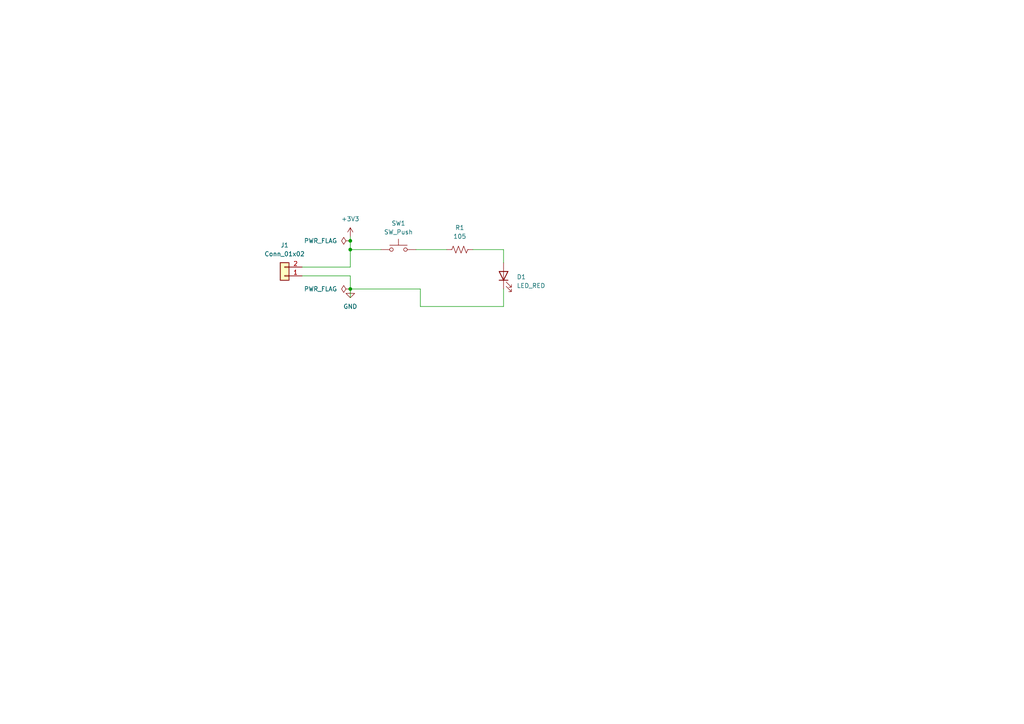
<source format=kicad_sch>
(kicad_sch (version 20231120) (generator "eeschema") (generator_version "8.0")
  (paper "A4")
  (title_block (title "LED Project") (date "2024-09-16") (rev "1.0") (company "IlliniSolarCar") (comment 1 "Designed By: Siraphat Jaemmee"))
  (lib_symbols
    (symbol "Connector_Generic:Conn_01x02" (pin_names (offset 1.016) hide)
      (property "Reference" "J" (at 0 2.54 0))
      (property "Value" "Conn_01x02" (at 0 -5.08 0))
      (symbol "Conn_01x02_1_1"
        (rectangle (start -1.27 -2.413) (end 0 -2.667) (stroke (width 0.1524)))
        (rectangle (start -1.27 0.127) (end 0 -0.127) (stroke (width 0.1524)))
        (rectangle (start -1.27 1.27) (end 1.27 -3.81) (stroke (width 0.254)) (fill (type background)))
        (pin passive line (at -5.08 0 0) (length 3.81) (name "Pin_1") (number "1"))
        (pin passive line (at -5.08 -2.54 0) (length 3.81) (name "Pin_2") (number "2"))
      )
    )
    (symbol "Device:LED" (pin_numbers hide) (pin_names (offset 1.016) hide)
      (property "Reference" "D" (at 0 2.54 0))
      (property "Value" "LED" (at 0 -2.54 0))
      (symbol "LED_0_1"
        (polyline (pts (xy -1.27 -1.27) (xy -1.27 1.27)) (stroke (width 0.254)))
        (polyline (pts (xy -1.27 0) (xy 1.27 0)))
        (polyline (pts (xy 1.27 -1.27) (xy 1.27 1.27) (xy -1.27 0) (xy 1.27 -1.27)) (stroke (width 0.254)))
        (polyline (pts (xy -3.048 -0.762) (xy -4.572 -2.286) (xy -3.81 -2.286) (xy -4.572 -2.286) (xy -4.572 -1.524)))
        (polyline (pts (xy -1.778 -0.762) (xy -3.302 -2.286) (xy -2.54 -2.286) (xy -3.302 -2.286) (xy -3.302 -1.524)))
      )
      (symbol "LED_1_1"
        (pin passive line (at -3.81 0 0) (length 2.54) (name "K") (number "1"))
        (pin passive line (at 3.81 0 180) (length 2.54) (name "A") (number "2"))
      )
    )
    (symbol "Device:R_US" (pin_numbers hide) (pin_names (offset 0))
      (property "Reference" "R" (at 2.54 0 90))
      (property "Value" "R_US" (at -2.54 0 90))
      (symbol "R_US_0_1"
        (polyline (pts (xy 0 -2.286) (xy 0 -2.54)))
        (polyline (pts (xy 0 2.286) (xy 0 2.54)))
        (polyline (pts (xy 0 -0.762) (xy 1.016 -1.143) (xy 0 -1.524) (xy -1.016 -1.905) (xy 0 -2.286)))
        (polyline (pts (xy 0 0.762) (xy 1.016 0.381) (xy 0 0) (xy -1.016 -0.381) (xy 0 -0.762)))
        (polyline (pts (xy 0 2.286) (xy 1.016 1.905) (xy 0 1.524) (xy -1.016 1.143) (xy 0 0.762)))
      )
      (symbol "R_US_1_1"
        (pin passive line (at 0 3.81 270) (length 1.27) (name "~") (number "1"))
        (pin passive line (at 0 -3.81 90) (length 1.27) (name "~") (number "2"))
      )
    )
    (symbol "Switch:SW_Push" (pin_numbers hide) (pin_names (offset 1.016) hide)
      (property "Reference" "SW" (at 1.27 2.54 0))
      (property "Value" "SW_Push" (at 0 -1.524 0))
      (symbol "SW_Push_0_1"
        (circle (center -2.032 0) (radius 0.508))
        (polyline (pts (xy 0 1.27) (xy 0 3.048)))
        (polyline (pts (xy 2.54 1.27) (xy -2.54 1.27)))
        (circle (center 2.032 0) (radius 0.508))
        (pin passive line (at -5.08 0 0) (length 2.54) (name "1") (number "1"))
        (pin passive line (at 5.08 0 180) (length 2.54) (name "2") (number "2"))
      )
    )
    (symbol "power:+3V3" (power) (pin_names (offset 0))
      (property "Value" "+3V3" (at 0 3.556 0))
      (symbol "+3V3_0_1"
        (polyline (pts (xy -0.762 1.27) (xy 0 2.54)))
        (polyline (pts (xy 0 0) (xy 0 2.54)))
        (polyline (pts (xy 0 2.54) (xy 0.762 1.27)))
      )
      (symbol "+3V3_1_1"
        (pin power_in line (at 0 0 90) (length 0) hide (name "+3V3") (number "1"))
      )
    )
    (symbol "power:GND" (power) (pin_names (offset 0))
      (property "Value" "GND" (at 0 -3.81 0))
      (symbol "GND_0_1"
        (polyline (pts (xy 0 0) (xy 0 -1.27) (xy 1.27 -1.27) (xy 0 -2.54) (xy -1.27 -1.27) (xy 0 -1.27)))
      )
      (symbol "GND_1_1"
        (pin power_in line (at 0 0 270) (length 0) hide (name "GND") (number "1"))
      )
    )
    (symbol "power:PWR_FLAG" (power) (pin_numbers hide) (pin_names (offset 0) hide)
      (property "Value" "PWR_FLAG" (at 0 3.81 0))
      (symbol "PWR_FLAG_0_0"
        (pin power_out line (at 0 0 90) (length 0) (name "pwr") (number "1"))
      )
      (symbol "PWR_FLAG_0_1"
        (polyline (pts (xy 0 0) (xy 0 1.27) (xy -1.016 1.905) (xy 0 2.54) (xy 1.016 1.905) (xy 0 1.27)))
      )
    )
  )
  (junction (at 101.6 72.39))
  (junction (at 101.6 69.85))
  (junction (at 101.6 83.82))
  (wire (pts (xy 146.05 72.39) (xy 146.05 76.2)))
  (wire (pts (xy 101.6 72.39) (xy 110.49 72.39)))
  (wire (pts (xy 101.6 68.58) (xy 101.6 69.85)))
  (wire (pts (xy 87.63 77.47) (xy 101.6 77.47)))
  (wire (pts (xy 87.63 80.01) (xy 101.6 80.01)))
  (wire (pts (xy 101.6 80.01) (xy 101.6 83.82)))
  (wire (pts (xy 121.92 83.82) (xy 101.6 83.82)))
  (wire (pts (xy 146.05 88.9) (xy 121.92 88.9)))
  (wire (pts (xy 120.65 72.39) (xy 129.54 72.39)))
  (wire (pts (xy 121.92 88.9) (xy 121.92 83.82)))
  (wire (pts (xy 146.05 83.82) (xy 146.05 88.9)))
  (wire (pts (xy 101.6 69.85) (xy 101.6 72.39)))
  (wire (pts (xy 137.16 72.39) (xy 146.05 72.39)))
  (wire (pts (xy 101.6 72.39) (xy 101.6 77.47)))
  (wire (pts (xy 101.6 86.36) (xy 101.6 83.82)))
  (symbol (lib_id "power:PWR_FLAG") (at 101.6 83.82 90) (unit 1)
    (property "Reference" "#FLG02" (effects (hide yes)))
    (property "Value" "PWR_FLAG" (at 97.79 83.8199 90) (effects (justify left)))
    (property "Description" "Special symbol for telling ERC where power comes from" (effects (hide yes)))
  )
  (symbol (lib_id "Device:R_US") (at 133.35 72.39 90) (unit 1)
    (property "Reference" "R1" (at 133.35 66.04 90))
    (property "Value" "105" (at 133.35 68.58 90))
    (property "Footprint" "Resistor_SMD:R_0603_1608Metric_Pad0.98x0.95mm_HandSolder" (effects (hide yes)))
    (property "Description" "Resistor, US symbol" (effects (hide yes)))
  )
  (symbol (lib_id "Switch:SW_Push") (at 115.57 72.39 0) (unit 1)
    (property "Reference" "SW1" (at 115.57 64.77 0))
    (property "Value" "SW_Push" (at 115.57 67.31 0))
    (property "Footprint" "Button_Switch_SMD:SW_DIP_SPSTx01_Slide_6.7x4.1mm_W8.61mm_P2.54mm_LowProfile" (effects (hide yes)))
    (property "Datasheet" "https://www.te.com/usa-en/product-1825910-6.datasheet.pdf" (effects (hide yes)))
    (property "Description" "Push button switch, generic, two pins" (effects (hide yes)))
    (property "MPN" "1835910-6" (effects (hide yes)))
  )
  (symbol (lib_id "Connector_Generic:Conn_01x02") (at 82.55 80.01 180) (unit 1)
    (property "Reference" "J1" (at 82.55 71.12 0))
    (property "Value" "Conn_01x02" (at 82.55 73.66 0))
    (property "Footprint" "Connector_Molex:Molex_KK-254_AE-6410-02A_1x02_P2.54mm_Vertical" (effects (hide yes)))
    (property "Datasheet" "https://www.molex.com/content/dam/molex/molex-dot-com/products/automated/en-us/salesdrawingpdf/641/6410/022272021_sd.pdf?inline" (effects (hide yes)))
    (property "Description" "Generic connector, single row, 01x02, script generated (kicad-library-utils/schlib/autogen/connector/)" (effects (hide yes)))
    (property "MPN" "022272021" (effects (hide yes)))
  )
  (symbol (lib_id "power:PWR_FLAG") (at 101.6 69.85 90) (unit 1)
    (property "Reference" "#FLG01" (effects (hide yes)))
    (property "Value" "PWR_FLAG" (at 97.79 69.8499 90) (effects (justify left)))
    (property "Description" "Special symbol for telling ERC where power comes from" (effects (hide yes)))
  )
  (symbol (lib_id "power:GND") (at 101.6 83.82 0) (unit 1)
    (property "Reference" "#PWR01" (effects (hide yes)))
    (property "Value" "GND" (at 101.6 88.9 0))
    (property "Description" "Power symbol creates a global label with name \"GND\" , ground" (effects (hide yes)))
  )
  (symbol (lib_id "power:+3V3") (at 101.6 68.58 0) (unit 1)
    (property "Reference" "#PWR02" (effects (hide yes)))
    (property "Value" "+3V3" (at 101.6 63.5 0))
    (property "Description" "Power symbol creates a global label with name \"+3V3\"" (effects (hide yes)))
  )
  (symbol (lib_id "Device:LED") (at 146.05 80.01 90) (unit 1)
    (property "Reference" "D1" (at 149.86 80.3274 90) (effects (justify right)))
    (property "Value" "LED_RED" (at 149.86 82.8674 90) (effects (justify right)))
    (property "Footprint" "layout:LED_0603_Symbol_on_F.SilkS" (effects (hide yes)))
    (property "Description" "Light emitting diode" (effects (hide yes)))
  )
)
</source>
